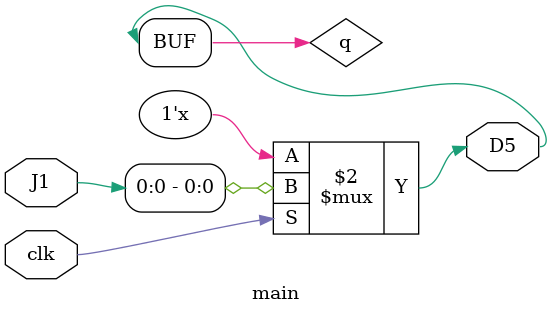
<source format=v>
module main ( input clk, input [3:0] J1, output D5 );

reg q;

always @(clk or J1) 
    if( clk) 
        q <= J1[0]; // since q does not always change, a latch is inferred

assign D5 = q;

endmodule

</source>
